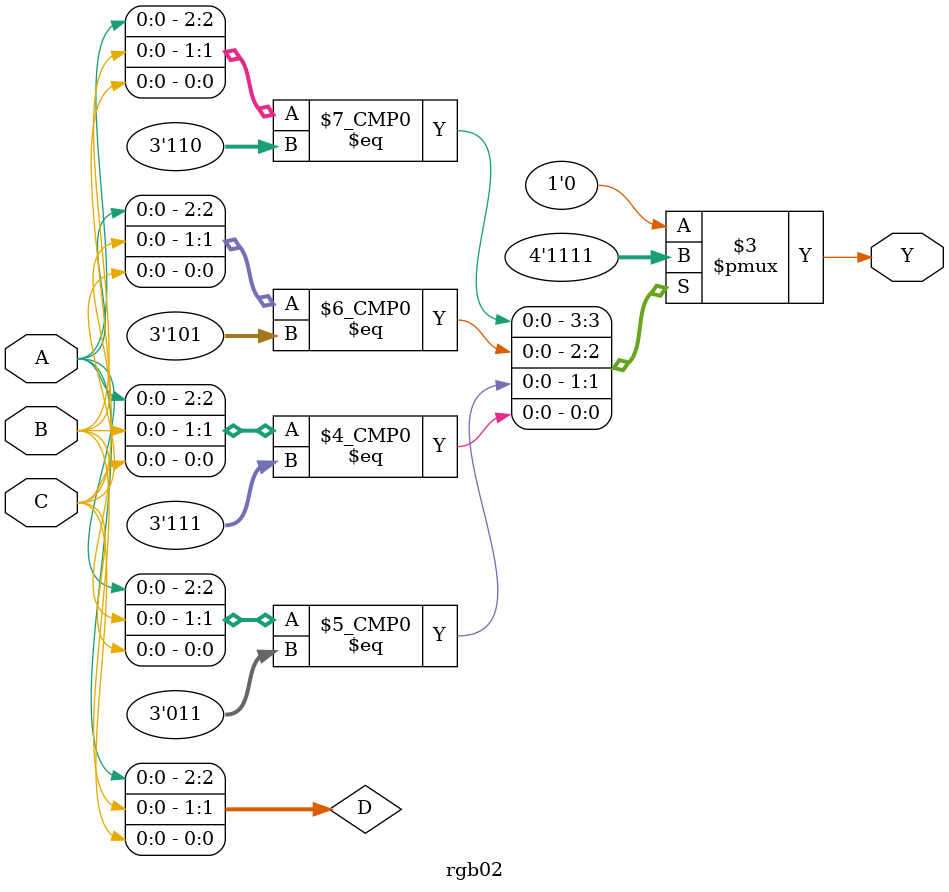
<source format=v>
`timescale 1ns / 1ps


module rgb02(
    input A,
    input B,
    input C,
    output reg Y
    );

    wire [2:0] D;

    assign D ={A,B,C};

    always @(*)
    begin
        case(D)
            3'b110: Y<=1;
            3'b101: Y<=1;
            3'b011: Y<=1;
            3'b111: Y<=1;
            default: Y<=0;
        
        endcase
    
    end

endmodule
</source>
